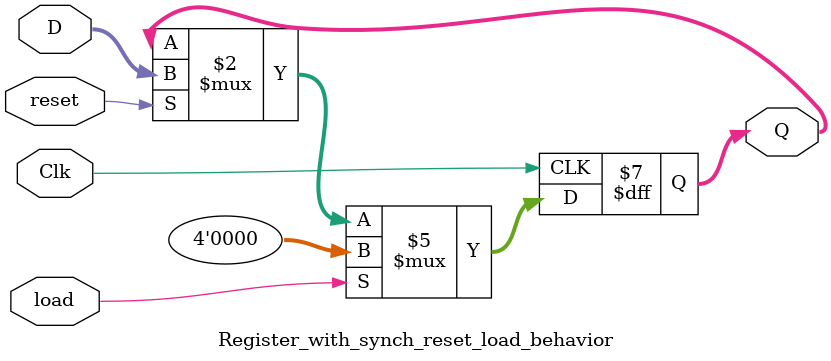
<source format=v>
`timescale 1ns / 1ps

module Register_with_synch_reset_load_behavior(
    input Clk,
    input [3:0] D,
    input reset,
    input load,
    output reg [3:0] Q
    );
    
   always @(posedge Clk) if (load)  Q <= 4'b0; else if (reset) Q <= D;

endmodule

</source>
